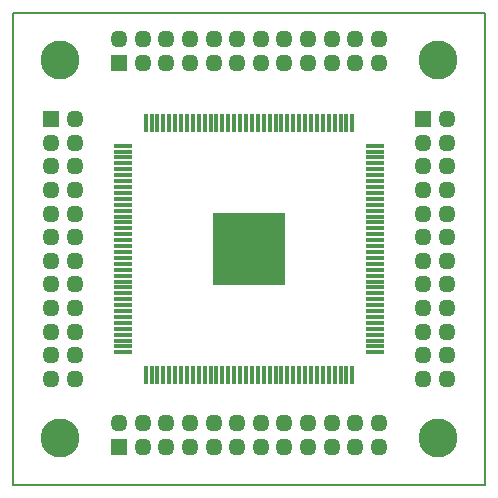
<source format=gbr>
%TF.GenerationSoftware,KiCad,Pcbnew,(5.0.0)*%
%TF.CreationDate,2020-04-09T18:14:40+01:00*%
%TF.ProjectId,HeikouBoxCore,4865696B6F75426F78436F72652E6B69,rev?*%
%TF.SameCoordinates,Original*%
%TF.FileFunction,Soldermask,Top*%
%TF.FilePolarity,Negative*%
%FSLAX46Y46*%
G04 Gerber Fmt 4.6, Leading zero omitted, Abs format (unit mm)*
G04 Created by KiCad (PCBNEW (5.0.0)) date 04/09/20 18:14:40*
%MOMM*%
%LPD*%
G01*
G04 APERTURE LIST*
%ADD10C,0.150000*%
%ADD11C,3.300000*%
%ADD12O,1.450000X1.450000*%
%ADD13R,1.450000X1.450000*%
%ADD14R,1.650000X0.400000*%
%ADD15R,0.400000X1.650000*%
%ADD16R,6.100000X6.100000*%
G04 APERTURE END LIST*
D10*
X17000000Y-57000000D02*
X17000000Y-17000000D01*
X57000000Y-57000000D02*
X17000000Y-57000000D01*
X57000000Y-17000000D02*
X57000000Y-57000000D01*
X17000000Y-17000000D02*
X57000000Y-17000000D01*
D11*
X21000000Y-21000000D03*
X53000000Y-21000000D03*
X53000000Y-53000000D03*
X21000000Y-53000000D03*
D12*
X28000000Y-21250000D03*
X40000000Y-21250000D03*
X30000000Y-21250000D03*
X48000000Y-21250000D03*
X26000000Y-19250000D03*
D13*
X26000000Y-21250000D03*
D12*
X40000000Y-19250000D03*
X44000000Y-19250000D03*
X44000000Y-21250000D03*
X34000000Y-21250000D03*
X46000000Y-21250000D03*
X30000000Y-19250000D03*
X32000000Y-19250000D03*
X38000000Y-19250000D03*
X38000000Y-21250000D03*
X34000000Y-19250000D03*
X48000000Y-19250000D03*
X32000000Y-21250000D03*
X36000000Y-19250000D03*
X42000000Y-19250000D03*
X36000000Y-21250000D03*
X28000000Y-19250000D03*
X46000000Y-19250000D03*
X42000000Y-21250000D03*
X51750000Y-38000000D03*
X51750000Y-32000000D03*
X53750000Y-42000000D03*
X53750000Y-48000000D03*
X53750000Y-44000000D03*
X51750000Y-42000000D03*
X53750000Y-38000000D03*
X53750000Y-46000000D03*
X53750000Y-30000000D03*
X53750000Y-40000000D03*
X51750000Y-48000000D03*
X53750000Y-28000000D03*
X51750000Y-36000000D03*
D13*
X51750000Y-26000000D03*
D12*
X53750000Y-26000000D03*
X51750000Y-46000000D03*
X51750000Y-34000000D03*
X53750000Y-36000000D03*
X51750000Y-44000000D03*
X51750000Y-28000000D03*
X51750000Y-40000000D03*
X51750000Y-30000000D03*
X53750000Y-34000000D03*
X53750000Y-32000000D03*
X38000000Y-53750000D03*
X32000000Y-53750000D03*
X42000000Y-51750000D03*
X48000000Y-51750000D03*
X44000000Y-51750000D03*
X42000000Y-53750000D03*
X38000000Y-51750000D03*
X46000000Y-51750000D03*
X30000000Y-51750000D03*
X40000000Y-51750000D03*
X48000000Y-53750000D03*
X28000000Y-51750000D03*
X36000000Y-53750000D03*
D13*
X26000000Y-53750000D03*
D12*
X26000000Y-51750000D03*
X46000000Y-53750000D03*
X34000000Y-53750000D03*
X36000000Y-51750000D03*
X44000000Y-53750000D03*
X28000000Y-53750000D03*
X40000000Y-53750000D03*
X30000000Y-53750000D03*
X34000000Y-51750000D03*
X32000000Y-51750000D03*
X22250000Y-26000000D03*
X22250000Y-30000000D03*
X22250000Y-32000000D03*
X20250000Y-36000000D03*
X20250000Y-28000000D03*
D13*
X20250000Y-26000000D03*
D12*
X20250000Y-30000000D03*
X22250000Y-36000000D03*
X20250000Y-40000000D03*
X20250000Y-44000000D03*
X22250000Y-46000000D03*
X20250000Y-48000000D03*
X22250000Y-28000000D03*
X22250000Y-34000000D03*
X22250000Y-40000000D03*
X20250000Y-34000000D03*
X20250000Y-46000000D03*
X22250000Y-38000000D03*
X20250000Y-42000000D03*
X22250000Y-44000000D03*
X22250000Y-48000000D03*
X22250000Y-42000000D03*
X20250000Y-32000000D03*
X20250000Y-38000000D03*
D14*
X26300000Y-28250000D03*
X26300000Y-28750000D03*
X26300000Y-29250000D03*
X26300000Y-29750000D03*
X26300000Y-30250000D03*
X26300000Y-30750000D03*
X26300000Y-31250000D03*
X26300000Y-31750000D03*
X26300000Y-32250000D03*
X26300000Y-32750000D03*
X26300000Y-33250000D03*
X26300000Y-33750000D03*
X26300000Y-34250000D03*
X26300000Y-34750000D03*
X26300000Y-35250000D03*
X26300000Y-35750000D03*
X26300000Y-36250000D03*
X26300000Y-36750000D03*
X26300000Y-37250000D03*
X26300000Y-37750000D03*
X26300000Y-38250000D03*
X26300000Y-38750000D03*
X26300000Y-39250000D03*
X26300000Y-39750000D03*
X26300000Y-40250000D03*
X26300000Y-40750000D03*
X26300000Y-41250000D03*
X26300000Y-41750000D03*
X26300000Y-42250000D03*
X26300000Y-42750000D03*
X26300000Y-43250000D03*
X26300000Y-43750000D03*
X26300000Y-44250000D03*
X26300000Y-44750000D03*
X26300000Y-45250000D03*
X26300000Y-45750000D03*
D15*
X28250000Y-47700000D03*
X28750000Y-47700000D03*
X29250000Y-47700000D03*
X29750000Y-47700000D03*
X30250000Y-47700000D03*
X30750000Y-47700000D03*
X31250000Y-47700000D03*
X31750000Y-47700000D03*
X32250000Y-47700000D03*
X32750000Y-47700000D03*
X33250000Y-47700000D03*
X33750000Y-47700000D03*
X34250000Y-47700000D03*
X34750000Y-47700000D03*
X35250000Y-47700000D03*
X35750000Y-47700000D03*
X36250000Y-47700000D03*
X36750000Y-47700000D03*
X37250000Y-47700000D03*
X37750000Y-47700000D03*
X38250000Y-47700000D03*
X38750000Y-47700000D03*
X39250000Y-47700000D03*
X39750000Y-47700000D03*
X40250000Y-47700000D03*
X40750000Y-47700000D03*
X41250000Y-47700000D03*
X41750000Y-47700000D03*
X42250000Y-47700000D03*
X42750000Y-47700000D03*
X43250000Y-47700000D03*
X43750000Y-47700000D03*
X44250000Y-47700000D03*
X44750000Y-47700000D03*
X45250000Y-47700000D03*
X45750000Y-47700000D03*
D14*
X47700000Y-45750000D03*
X47700000Y-45250000D03*
X47700000Y-44750000D03*
X47700000Y-44250000D03*
X47700000Y-43750000D03*
X47700000Y-43250000D03*
X47700000Y-42750000D03*
X47700000Y-42250000D03*
X47700000Y-41750000D03*
X47700000Y-41250000D03*
X47700000Y-40750000D03*
X47700000Y-40250000D03*
X47700000Y-39750000D03*
X47700000Y-39250000D03*
X47700000Y-38750000D03*
X47700000Y-38250000D03*
X47700000Y-37750000D03*
X47700000Y-37250000D03*
X47700000Y-36750000D03*
X47700000Y-36250000D03*
X47700000Y-35750000D03*
X47700000Y-35250000D03*
X47700000Y-34750000D03*
X47700000Y-34250000D03*
X47700000Y-33750000D03*
X47700000Y-33250000D03*
X47700000Y-32750000D03*
X47700000Y-32250000D03*
X47700000Y-31750000D03*
X47700000Y-31250000D03*
X47700000Y-30750000D03*
X47700000Y-30250000D03*
X47700000Y-29750000D03*
X47700000Y-29250000D03*
X47700000Y-28750000D03*
X47700000Y-28250000D03*
D15*
X45750000Y-26300000D03*
X45250000Y-26300000D03*
X44750000Y-26300000D03*
X44250000Y-26300000D03*
X43750000Y-26300000D03*
X43250000Y-26300000D03*
X42750000Y-26300000D03*
X42250000Y-26300000D03*
X41750000Y-26300000D03*
X41250000Y-26300000D03*
X40750000Y-26300000D03*
X40250000Y-26300000D03*
X39750000Y-26300000D03*
X39250000Y-26300000D03*
X38750000Y-26300000D03*
X38250000Y-26300000D03*
X37750000Y-26300000D03*
X37250000Y-26300000D03*
X36750000Y-26300000D03*
X36250000Y-26300000D03*
X35750000Y-26300000D03*
X35250000Y-26300000D03*
X34750000Y-26300000D03*
X34250000Y-26300000D03*
X33750000Y-26300000D03*
X33250000Y-26300000D03*
X32750000Y-26300000D03*
X32250000Y-26300000D03*
X31750000Y-26300000D03*
X31250000Y-26300000D03*
X30750000Y-26300000D03*
X30250000Y-26300000D03*
X29750000Y-26300000D03*
X29250000Y-26300000D03*
X28750000Y-26300000D03*
X28250000Y-26300000D03*
D16*
X37000000Y-37000000D03*
M02*

</source>
